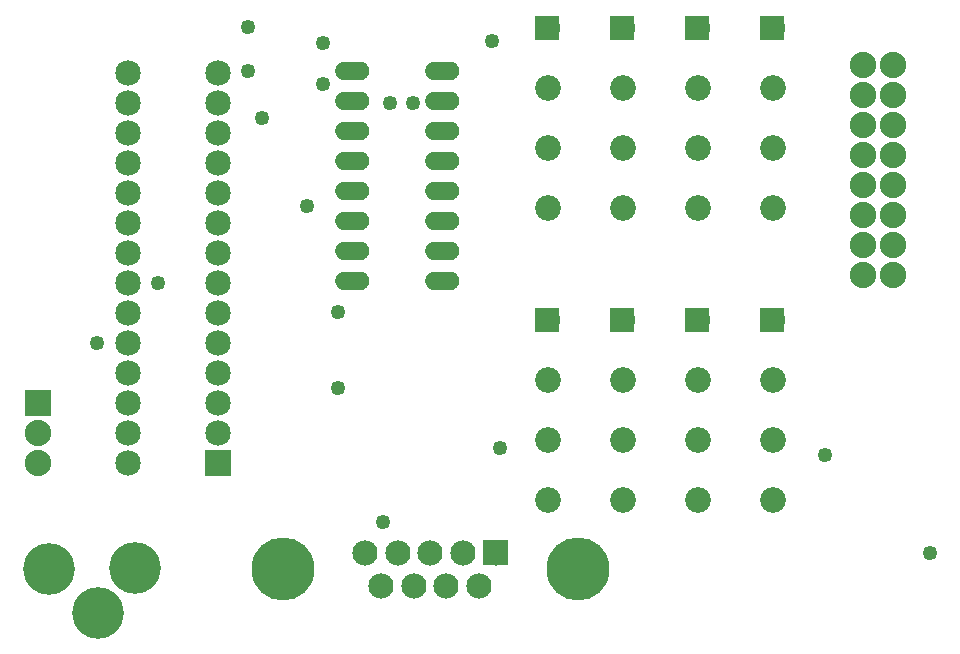
<source format=gbs>
G04 MADE WITH FRITZING*
G04 WWW.FRITZING.ORG*
G04 DOUBLE SIDED*
G04 HOLES PLATED*
G04 CONTOUR ON CENTER OF CONTOUR VECTOR*
%ASAXBY*%
%FSLAX23Y23*%
%MOIN*%
%OFA0B0*%
%SFA1.0B1.0*%
%ADD10C,0.049370*%
%ADD11C,0.088000*%
%ADD12C,0.082556*%
%ADD13C,0.085333*%
%ADD14C,0.084000*%
%ADD15C,0.210000*%
%ADD16C,0.062000*%
%ADD17C,0.085000*%
%ADD18C,0.172000*%
%ADD19R,0.083944X0.083944*%
%ADD20R,0.085000X0.085000*%
%ADD21R,0.088000X0.088000*%
%ADD22R,0.001000X0.001000*%
%LNMASK0*%
G90*
G70*
G54D10*
X2773Y641D03*
X3124Y317D03*
X1399Y1817D03*
X1324Y1817D03*
X1150Y1118D03*
G54D11*
X2899Y1942D03*
X2899Y1842D03*
X2899Y1742D03*
X2899Y1642D03*
X2899Y1542D03*
X2899Y1442D03*
X2899Y1342D03*
X2899Y1242D03*
X2899Y1942D03*
X2899Y1842D03*
X2899Y1742D03*
X2899Y1642D03*
X2899Y1542D03*
X2899Y1442D03*
X2899Y1342D03*
X2899Y1242D03*
X2999Y1242D03*
X2999Y1342D03*
X2999Y1442D03*
X2999Y1542D03*
X2999Y1642D03*
X2999Y1742D03*
X2999Y1842D03*
X2999Y1942D03*
G54D10*
X1691Y665D03*
G54D12*
X2099Y2067D03*
G54D13*
X2100Y1867D03*
X2099Y1467D03*
X2099Y1667D03*
G54D12*
X1849Y1092D03*
G54D13*
X1850Y892D03*
X1849Y492D03*
X1849Y692D03*
G54D12*
X2599Y1092D03*
G54D13*
X2600Y892D03*
X2599Y492D03*
X2599Y692D03*
G54D12*
X2349Y1092D03*
G54D13*
X2350Y892D03*
X2349Y492D03*
X2349Y692D03*
G54D12*
X1849Y2067D03*
G54D13*
X1850Y1867D03*
X1849Y1467D03*
X1849Y1667D03*
G54D12*
X2099Y1092D03*
G54D13*
X2100Y892D03*
X2099Y492D03*
X2099Y692D03*
G54D12*
X2349Y2067D03*
G54D13*
X2350Y1867D03*
X2349Y1467D03*
X2349Y1667D03*
G54D12*
X2599Y2067D03*
G54D13*
X2600Y1867D03*
X2599Y1467D03*
X2599Y1667D03*
G54D10*
X1047Y1474D03*
X1150Y867D03*
X1299Y418D03*
X1664Y2021D03*
X851Y2069D03*
G54D14*
X1676Y317D03*
X1567Y317D03*
X1458Y317D03*
X1349Y317D03*
X1240Y317D03*
X1621Y205D03*
X1512Y205D03*
X1404Y205D03*
X1294Y205D03*
G54D15*
X1950Y261D03*
X966Y261D03*
G54D16*
X1198Y1921D03*
X1198Y1821D03*
X1198Y1721D03*
X1198Y1621D03*
X1198Y1521D03*
X1198Y1421D03*
X1198Y1321D03*
X1198Y1221D03*
X1498Y1221D03*
X1498Y1321D03*
X1498Y1421D03*
X1498Y1521D03*
X1498Y1621D03*
X1498Y1721D03*
X1498Y1821D03*
X1498Y1921D03*
G54D17*
X749Y617D03*
X449Y617D03*
X749Y717D03*
X449Y717D03*
X749Y817D03*
X449Y817D03*
X749Y917D03*
X449Y917D03*
X749Y1017D03*
X449Y1017D03*
X749Y1117D03*
X449Y1117D03*
X749Y1217D03*
X449Y1217D03*
X749Y1317D03*
X449Y1317D03*
X749Y1417D03*
X449Y1417D03*
X749Y1517D03*
X449Y1517D03*
X749Y1617D03*
X449Y1617D03*
X749Y1717D03*
X449Y1717D03*
X749Y1817D03*
X449Y1817D03*
X749Y1917D03*
X449Y1917D03*
G54D18*
X474Y265D03*
X186Y264D03*
X349Y117D03*
G54D10*
X1099Y2017D03*
X1099Y1880D03*
X898Y1767D03*
X851Y1922D03*
G54D11*
X149Y817D03*
X149Y717D03*
X149Y617D03*
G54D10*
X347Y1015D03*
X551Y1216D03*
G54D19*
X2098Y2067D03*
X1848Y1092D03*
X2598Y1092D03*
X2348Y1092D03*
X1848Y2067D03*
X2098Y1092D03*
X2348Y2067D03*
X2598Y2067D03*
G54D20*
X749Y617D03*
G54D21*
X149Y817D03*
G54D22*
X1169Y1953D02*
X1227Y1953D01*
X1469Y1953D02*
X1527Y1953D01*
X1164Y1952D02*
X1232Y1952D01*
X1464Y1952D02*
X1532Y1952D01*
X1161Y1951D02*
X1235Y1951D01*
X1461Y1951D02*
X1535Y1951D01*
X1159Y1950D02*
X1237Y1950D01*
X1459Y1950D02*
X1537Y1950D01*
X1157Y1949D02*
X1239Y1949D01*
X1457Y1949D02*
X1539Y1949D01*
X1155Y1948D02*
X1240Y1948D01*
X1455Y1948D02*
X1540Y1948D01*
X1154Y1947D02*
X1242Y1947D01*
X1454Y1947D02*
X1542Y1947D01*
X1152Y1946D02*
X1243Y1946D01*
X1452Y1946D02*
X1543Y1946D01*
X1151Y1945D02*
X1244Y1945D01*
X1451Y1945D02*
X1544Y1945D01*
X1150Y1944D02*
X1245Y1944D01*
X1450Y1944D02*
X1545Y1944D01*
X1149Y1943D02*
X1246Y1943D01*
X1449Y1943D02*
X1546Y1943D01*
X1148Y1942D02*
X1247Y1942D01*
X1448Y1942D02*
X1547Y1942D01*
X1148Y1941D02*
X1248Y1941D01*
X1448Y1941D02*
X1548Y1941D01*
X1147Y1940D02*
X1249Y1940D01*
X1447Y1940D02*
X1549Y1940D01*
X1146Y1939D02*
X1249Y1939D01*
X1446Y1939D02*
X1549Y1939D01*
X1146Y1938D02*
X1250Y1938D01*
X1446Y1938D02*
X1550Y1938D01*
X1145Y1937D02*
X1250Y1937D01*
X1445Y1937D02*
X1550Y1937D01*
X1145Y1936D02*
X1251Y1936D01*
X1445Y1936D02*
X1551Y1936D01*
X1144Y1935D02*
X1251Y1935D01*
X1444Y1935D02*
X1551Y1935D01*
X1144Y1934D02*
X1252Y1934D01*
X1444Y1934D02*
X1552Y1934D01*
X1143Y1933D02*
X1195Y1933D01*
X1201Y1933D02*
X1252Y1933D01*
X1443Y1933D02*
X1495Y1933D01*
X1501Y1933D02*
X1552Y1933D01*
X1143Y1932D02*
X1192Y1932D01*
X1204Y1932D02*
X1253Y1932D01*
X1443Y1932D02*
X1492Y1932D01*
X1503Y1932D02*
X1553Y1932D01*
X1143Y1931D02*
X1191Y1931D01*
X1205Y1931D02*
X1253Y1931D01*
X1443Y1931D02*
X1491Y1931D01*
X1505Y1931D02*
X1553Y1931D01*
X1142Y1930D02*
X1190Y1930D01*
X1206Y1930D02*
X1253Y1930D01*
X1442Y1930D02*
X1490Y1930D01*
X1506Y1930D02*
X1553Y1930D01*
X1142Y1929D02*
X1189Y1929D01*
X1207Y1929D02*
X1254Y1929D01*
X1442Y1929D02*
X1489Y1929D01*
X1507Y1929D02*
X1553Y1929D01*
X1142Y1928D02*
X1188Y1928D01*
X1208Y1928D02*
X1254Y1928D01*
X1442Y1928D02*
X1488Y1928D01*
X1508Y1928D02*
X1554Y1928D01*
X1142Y1927D02*
X1187Y1927D01*
X1208Y1927D02*
X1254Y1927D01*
X1442Y1927D02*
X1487Y1927D01*
X1508Y1927D02*
X1554Y1927D01*
X1142Y1926D02*
X1187Y1926D01*
X1209Y1926D02*
X1254Y1926D01*
X1442Y1926D02*
X1487Y1926D01*
X1509Y1926D02*
X1554Y1926D01*
X1141Y1925D02*
X1187Y1925D01*
X1209Y1925D02*
X1254Y1925D01*
X1441Y1925D02*
X1487Y1925D01*
X1509Y1925D02*
X1554Y1925D01*
X1141Y1924D02*
X1186Y1924D01*
X1209Y1924D02*
X1254Y1924D01*
X1441Y1924D02*
X1486Y1924D01*
X1509Y1924D02*
X1554Y1924D01*
X1141Y1923D02*
X1186Y1923D01*
X1209Y1923D02*
X1254Y1923D01*
X1441Y1923D02*
X1486Y1923D01*
X1509Y1923D02*
X1554Y1923D01*
X1141Y1922D02*
X1186Y1922D01*
X1209Y1922D02*
X1254Y1922D01*
X1441Y1922D02*
X1486Y1922D01*
X1509Y1922D02*
X1554Y1922D01*
X1141Y1921D02*
X1186Y1921D01*
X1209Y1921D02*
X1254Y1921D01*
X1441Y1921D02*
X1486Y1921D01*
X1509Y1921D02*
X1554Y1921D01*
X1141Y1920D02*
X1187Y1920D01*
X1209Y1920D02*
X1254Y1920D01*
X1441Y1920D02*
X1487Y1920D01*
X1509Y1920D02*
X1554Y1920D01*
X1142Y1919D02*
X1187Y1919D01*
X1209Y1919D02*
X1254Y1919D01*
X1441Y1919D02*
X1487Y1919D01*
X1509Y1919D02*
X1554Y1919D01*
X1142Y1918D02*
X1187Y1918D01*
X1209Y1918D02*
X1254Y1918D01*
X1442Y1918D02*
X1487Y1918D01*
X1509Y1918D02*
X1554Y1918D01*
X1142Y1917D02*
X1188Y1917D01*
X1208Y1917D02*
X1254Y1917D01*
X1442Y1917D02*
X1488Y1917D01*
X1508Y1917D02*
X1554Y1917D01*
X1142Y1916D02*
X1188Y1916D01*
X1207Y1916D02*
X1254Y1916D01*
X1442Y1916D02*
X1488Y1916D01*
X1507Y1916D02*
X1554Y1916D01*
X1142Y1915D02*
X1189Y1915D01*
X1207Y1915D02*
X1253Y1915D01*
X1442Y1915D02*
X1489Y1915D01*
X1507Y1915D02*
X1553Y1915D01*
X1143Y1914D02*
X1190Y1914D01*
X1206Y1914D02*
X1253Y1914D01*
X1443Y1914D02*
X1490Y1914D01*
X1505Y1914D02*
X1553Y1914D01*
X1143Y1913D02*
X1191Y1913D01*
X1204Y1913D02*
X1253Y1913D01*
X1443Y1913D02*
X1491Y1913D01*
X1504Y1913D02*
X1553Y1913D01*
X1143Y1912D02*
X1193Y1912D01*
X1202Y1912D02*
X1252Y1912D01*
X1443Y1912D02*
X1493Y1912D01*
X1502Y1912D02*
X1552Y1912D01*
X1144Y1911D02*
X1252Y1911D01*
X1444Y1911D02*
X1552Y1911D01*
X1144Y1910D02*
X1252Y1910D01*
X1444Y1910D02*
X1552Y1910D01*
X1144Y1909D02*
X1251Y1909D01*
X1444Y1909D02*
X1551Y1909D01*
X1145Y1908D02*
X1251Y1908D01*
X1445Y1908D02*
X1551Y1908D01*
X1145Y1907D02*
X1250Y1907D01*
X1445Y1907D02*
X1550Y1907D01*
X1146Y1906D02*
X1250Y1906D01*
X1446Y1906D02*
X1550Y1906D01*
X1147Y1905D02*
X1249Y1905D01*
X1447Y1905D02*
X1549Y1905D01*
X1147Y1904D02*
X1248Y1904D01*
X1447Y1904D02*
X1548Y1904D01*
X1148Y1903D02*
X1248Y1903D01*
X1448Y1903D02*
X1548Y1903D01*
X1149Y1902D02*
X1247Y1902D01*
X1449Y1902D02*
X1547Y1902D01*
X1150Y1901D02*
X1246Y1901D01*
X1450Y1901D02*
X1546Y1901D01*
X1151Y1900D02*
X1245Y1900D01*
X1451Y1900D02*
X1545Y1900D01*
X1152Y1899D02*
X1244Y1899D01*
X1452Y1899D02*
X1544Y1899D01*
X1153Y1898D02*
X1243Y1898D01*
X1453Y1898D02*
X1542Y1898D01*
X1155Y1897D02*
X1241Y1897D01*
X1454Y1897D02*
X1541Y1897D01*
X1156Y1896D02*
X1240Y1896D01*
X1456Y1896D02*
X1540Y1896D01*
X1158Y1895D02*
X1238Y1895D01*
X1458Y1895D02*
X1538Y1895D01*
X1160Y1894D02*
X1236Y1894D01*
X1460Y1894D02*
X1536Y1894D01*
X1163Y1893D02*
X1233Y1893D01*
X1462Y1893D02*
X1533Y1893D01*
X1166Y1892D02*
X1230Y1892D01*
X1466Y1892D02*
X1530Y1892D01*
X1168Y1853D02*
X1227Y1853D01*
X1468Y1853D02*
X1527Y1853D01*
X1164Y1852D02*
X1232Y1852D01*
X1464Y1852D02*
X1532Y1852D01*
X1161Y1851D02*
X1235Y1851D01*
X1461Y1851D02*
X1535Y1851D01*
X1159Y1850D02*
X1237Y1850D01*
X1459Y1850D02*
X1537Y1850D01*
X1157Y1849D02*
X1239Y1849D01*
X1457Y1849D02*
X1539Y1849D01*
X1155Y1848D02*
X1241Y1848D01*
X1455Y1848D02*
X1541Y1848D01*
X1154Y1847D02*
X1242Y1847D01*
X1454Y1847D02*
X1542Y1847D01*
X1152Y1846D02*
X1243Y1846D01*
X1452Y1846D02*
X1543Y1846D01*
X1151Y1845D02*
X1244Y1845D01*
X1451Y1845D02*
X1544Y1845D01*
X1150Y1844D02*
X1245Y1844D01*
X1450Y1844D02*
X1545Y1844D01*
X1149Y1843D02*
X1246Y1843D01*
X1449Y1843D02*
X1546Y1843D01*
X1148Y1842D02*
X1247Y1842D01*
X1448Y1842D02*
X1547Y1842D01*
X1148Y1841D02*
X1248Y1841D01*
X1448Y1841D02*
X1548Y1841D01*
X1147Y1840D02*
X1249Y1840D01*
X1447Y1840D02*
X1549Y1840D01*
X1146Y1839D02*
X1249Y1839D01*
X1446Y1839D02*
X1549Y1839D01*
X1146Y1838D02*
X1250Y1838D01*
X1446Y1838D02*
X1550Y1838D01*
X1145Y1837D02*
X1251Y1837D01*
X1445Y1837D02*
X1550Y1837D01*
X1145Y1836D02*
X1251Y1836D01*
X1445Y1836D02*
X1551Y1836D01*
X1144Y1835D02*
X1251Y1835D01*
X1444Y1835D02*
X1551Y1835D01*
X1144Y1834D02*
X1252Y1834D01*
X1444Y1834D02*
X1552Y1834D01*
X1143Y1833D02*
X1195Y1833D01*
X1201Y1833D02*
X1252Y1833D01*
X1443Y1833D02*
X1495Y1833D01*
X1501Y1833D02*
X1552Y1833D01*
X1143Y1832D02*
X1192Y1832D01*
X1204Y1832D02*
X1253Y1832D01*
X1443Y1832D02*
X1492Y1832D01*
X1504Y1832D02*
X1553Y1832D01*
X1143Y1831D02*
X1191Y1831D01*
X1205Y1831D02*
X1253Y1831D01*
X1443Y1831D02*
X1491Y1831D01*
X1505Y1831D02*
X1553Y1831D01*
X1142Y1830D02*
X1189Y1830D01*
X1206Y1830D02*
X1253Y1830D01*
X1442Y1830D02*
X1489Y1830D01*
X1506Y1830D02*
X1553Y1830D01*
X1142Y1829D02*
X1189Y1829D01*
X1207Y1829D02*
X1254Y1829D01*
X1442Y1829D02*
X1489Y1829D01*
X1507Y1829D02*
X1553Y1829D01*
X1142Y1828D02*
X1188Y1828D01*
X1208Y1828D02*
X1254Y1828D01*
X1442Y1828D02*
X1488Y1828D01*
X1508Y1828D02*
X1554Y1828D01*
X1142Y1827D02*
X1187Y1827D01*
X1208Y1827D02*
X1254Y1827D01*
X1442Y1827D02*
X1487Y1827D01*
X1508Y1827D02*
X1554Y1827D01*
X1142Y1826D02*
X1187Y1826D01*
X1209Y1826D02*
X1254Y1826D01*
X1442Y1826D02*
X1487Y1826D01*
X1509Y1826D02*
X1554Y1826D01*
X1141Y1825D02*
X1187Y1825D01*
X1209Y1825D02*
X1254Y1825D01*
X1441Y1825D02*
X1487Y1825D01*
X1509Y1825D02*
X1554Y1825D01*
X1141Y1824D02*
X1186Y1824D01*
X1209Y1824D02*
X1254Y1824D01*
X1441Y1824D02*
X1486Y1824D01*
X1509Y1824D02*
X1554Y1824D01*
X1141Y1823D02*
X1186Y1823D01*
X1209Y1823D02*
X1254Y1823D01*
X1441Y1823D02*
X1486Y1823D01*
X1509Y1823D02*
X1554Y1823D01*
X1141Y1822D02*
X1186Y1822D01*
X1209Y1822D02*
X1254Y1822D01*
X1441Y1822D02*
X1486Y1822D01*
X1509Y1822D02*
X1554Y1822D01*
X1141Y1821D02*
X1186Y1821D01*
X1209Y1821D02*
X1254Y1821D01*
X1441Y1821D02*
X1486Y1821D01*
X1509Y1821D02*
X1554Y1821D01*
X1141Y1820D02*
X1187Y1820D01*
X1209Y1820D02*
X1254Y1820D01*
X1441Y1820D02*
X1487Y1820D01*
X1509Y1820D02*
X1554Y1820D01*
X1142Y1819D02*
X1187Y1819D01*
X1209Y1819D02*
X1254Y1819D01*
X1442Y1819D02*
X1487Y1819D01*
X1509Y1819D02*
X1554Y1819D01*
X1142Y1818D02*
X1187Y1818D01*
X1209Y1818D02*
X1254Y1818D01*
X1442Y1818D02*
X1487Y1818D01*
X1508Y1818D02*
X1554Y1818D01*
X1142Y1817D02*
X1188Y1817D01*
X1208Y1817D02*
X1254Y1817D01*
X1442Y1817D02*
X1488Y1817D01*
X1508Y1817D02*
X1554Y1817D01*
X1142Y1816D02*
X1188Y1816D01*
X1207Y1816D02*
X1254Y1816D01*
X1442Y1816D02*
X1488Y1816D01*
X1507Y1816D02*
X1554Y1816D01*
X1142Y1815D02*
X1189Y1815D01*
X1207Y1815D02*
X1253Y1815D01*
X1442Y1815D02*
X1489Y1815D01*
X1506Y1815D02*
X1553Y1815D01*
X1143Y1814D02*
X1190Y1814D01*
X1205Y1814D02*
X1253Y1814D01*
X1443Y1814D02*
X1490Y1814D01*
X1505Y1814D02*
X1553Y1814D01*
X1143Y1813D02*
X1191Y1813D01*
X1204Y1813D02*
X1253Y1813D01*
X1443Y1813D02*
X1491Y1813D01*
X1504Y1813D02*
X1553Y1813D01*
X1143Y1812D02*
X1193Y1812D01*
X1202Y1812D02*
X1252Y1812D01*
X1443Y1812D02*
X1493Y1812D01*
X1502Y1812D02*
X1552Y1812D01*
X1144Y1811D02*
X1252Y1811D01*
X1444Y1811D02*
X1552Y1811D01*
X1144Y1810D02*
X1252Y1810D01*
X1444Y1810D02*
X1552Y1810D01*
X1144Y1809D02*
X1251Y1809D01*
X1444Y1809D02*
X1551Y1809D01*
X1145Y1808D02*
X1251Y1808D01*
X1445Y1808D02*
X1551Y1808D01*
X1145Y1807D02*
X1250Y1807D01*
X1445Y1807D02*
X1550Y1807D01*
X1146Y1806D02*
X1250Y1806D01*
X1446Y1806D02*
X1550Y1806D01*
X1147Y1805D02*
X1249Y1805D01*
X1447Y1805D02*
X1549Y1805D01*
X1147Y1804D02*
X1248Y1804D01*
X1447Y1804D02*
X1548Y1804D01*
X1148Y1803D02*
X1248Y1803D01*
X1448Y1803D02*
X1547Y1803D01*
X1149Y1802D02*
X1247Y1802D01*
X1449Y1802D02*
X1547Y1802D01*
X1150Y1801D02*
X1246Y1801D01*
X1450Y1801D02*
X1546Y1801D01*
X1151Y1800D02*
X1245Y1800D01*
X1451Y1800D02*
X1545Y1800D01*
X1152Y1799D02*
X1244Y1799D01*
X1452Y1799D02*
X1544Y1799D01*
X1153Y1798D02*
X1242Y1798D01*
X1453Y1798D02*
X1542Y1798D01*
X1155Y1797D02*
X1241Y1797D01*
X1455Y1797D02*
X1541Y1797D01*
X1156Y1796D02*
X1240Y1796D01*
X1456Y1796D02*
X1539Y1796D01*
X1158Y1795D02*
X1238Y1795D01*
X1458Y1795D02*
X1538Y1795D01*
X1160Y1794D02*
X1236Y1794D01*
X1460Y1794D02*
X1536Y1794D01*
X1163Y1793D02*
X1233Y1793D01*
X1463Y1793D02*
X1533Y1793D01*
X1166Y1792D02*
X1230Y1792D01*
X1466Y1792D02*
X1529Y1792D01*
X1168Y1753D02*
X1228Y1753D01*
X1468Y1753D02*
X1527Y1753D01*
X1164Y1752D02*
X1232Y1752D01*
X1464Y1752D02*
X1532Y1752D01*
X1161Y1751D02*
X1235Y1751D01*
X1461Y1751D02*
X1535Y1751D01*
X1159Y1750D02*
X1237Y1750D01*
X1459Y1750D02*
X1537Y1750D01*
X1157Y1749D02*
X1239Y1749D01*
X1457Y1749D02*
X1539Y1749D01*
X1155Y1748D02*
X1241Y1748D01*
X1455Y1748D02*
X1541Y1748D01*
X1154Y1747D02*
X1242Y1747D01*
X1454Y1747D02*
X1542Y1747D01*
X1152Y1746D02*
X1243Y1746D01*
X1452Y1746D02*
X1543Y1746D01*
X1151Y1745D02*
X1244Y1745D01*
X1451Y1745D02*
X1544Y1745D01*
X1150Y1744D02*
X1245Y1744D01*
X1450Y1744D02*
X1545Y1744D01*
X1149Y1743D02*
X1246Y1743D01*
X1449Y1743D02*
X1546Y1743D01*
X1148Y1742D02*
X1247Y1742D01*
X1448Y1742D02*
X1547Y1742D01*
X1148Y1741D02*
X1248Y1741D01*
X1448Y1741D02*
X1548Y1741D01*
X1147Y1740D02*
X1249Y1740D01*
X1447Y1740D02*
X1549Y1740D01*
X1146Y1739D02*
X1249Y1739D01*
X1446Y1739D02*
X1549Y1739D01*
X1146Y1738D02*
X1250Y1738D01*
X1446Y1738D02*
X1550Y1738D01*
X1145Y1737D02*
X1251Y1737D01*
X1445Y1737D02*
X1551Y1737D01*
X1145Y1736D02*
X1251Y1736D01*
X1445Y1736D02*
X1551Y1736D01*
X1144Y1735D02*
X1252Y1735D01*
X1444Y1735D02*
X1551Y1735D01*
X1144Y1734D02*
X1252Y1734D01*
X1444Y1734D02*
X1552Y1734D01*
X1143Y1733D02*
X1194Y1733D01*
X1201Y1733D02*
X1252Y1733D01*
X1443Y1733D02*
X1494Y1733D01*
X1501Y1733D02*
X1552Y1733D01*
X1143Y1732D02*
X1192Y1732D01*
X1204Y1732D02*
X1253Y1732D01*
X1443Y1732D02*
X1492Y1732D01*
X1504Y1732D02*
X1553Y1732D01*
X1143Y1731D02*
X1191Y1731D01*
X1205Y1731D02*
X1253Y1731D01*
X1443Y1731D02*
X1491Y1731D01*
X1505Y1731D02*
X1553Y1731D01*
X1142Y1730D02*
X1189Y1730D01*
X1206Y1730D02*
X1253Y1730D01*
X1442Y1730D02*
X1489Y1730D01*
X1506Y1730D02*
X1553Y1730D01*
X1142Y1729D02*
X1189Y1729D01*
X1207Y1729D02*
X1254Y1729D01*
X1442Y1729D02*
X1489Y1729D01*
X1507Y1729D02*
X1553Y1729D01*
X1142Y1728D02*
X1188Y1728D01*
X1208Y1728D02*
X1254Y1728D01*
X1442Y1728D02*
X1488Y1728D01*
X1508Y1728D02*
X1554Y1728D01*
X1142Y1727D02*
X1187Y1727D01*
X1208Y1727D02*
X1254Y1727D01*
X1442Y1727D02*
X1487Y1727D01*
X1508Y1727D02*
X1554Y1727D01*
X1142Y1726D02*
X1187Y1726D01*
X1209Y1726D02*
X1254Y1726D01*
X1442Y1726D02*
X1487Y1726D01*
X1509Y1726D02*
X1554Y1726D01*
X1141Y1725D02*
X1187Y1725D01*
X1209Y1725D02*
X1254Y1725D01*
X1441Y1725D02*
X1487Y1725D01*
X1509Y1725D02*
X1554Y1725D01*
X1141Y1724D02*
X1186Y1724D01*
X1209Y1724D02*
X1254Y1724D01*
X1441Y1724D02*
X1486Y1724D01*
X1509Y1724D02*
X1554Y1724D01*
X1141Y1723D02*
X1186Y1723D01*
X1209Y1723D02*
X1254Y1723D01*
X1441Y1723D02*
X1486Y1723D01*
X1509Y1723D02*
X1554Y1723D01*
X1141Y1722D02*
X1186Y1722D01*
X1209Y1722D02*
X1254Y1722D01*
X1441Y1722D02*
X1486Y1722D01*
X1509Y1722D02*
X1554Y1722D01*
X1141Y1721D02*
X1186Y1721D01*
X1209Y1721D02*
X1254Y1721D01*
X1441Y1721D02*
X1486Y1721D01*
X1509Y1721D02*
X1554Y1721D01*
X1141Y1720D02*
X1187Y1720D01*
X1209Y1720D02*
X1254Y1720D01*
X1441Y1720D02*
X1487Y1720D01*
X1509Y1720D02*
X1554Y1720D01*
X1142Y1719D02*
X1187Y1719D01*
X1209Y1719D02*
X1254Y1719D01*
X1442Y1719D02*
X1487Y1719D01*
X1509Y1719D02*
X1554Y1719D01*
X1142Y1718D02*
X1187Y1718D01*
X1209Y1718D02*
X1254Y1718D01*
X1442Y1718D02*
X1487Y1718D01*
X1508Y1718D02*
X1554Y1718D01*
X1142Y1717D02*
X1188Y1717D01*
X1208Y1717D02*
X1254Y1717D01*
X1442Y1717D02*
X1488Y1717D01*
X1508Y1717D02*
X1554Y1717D01*
X1142Y1716D02*
X1188Y1716D01*
X1207Y1716D02*
X1254Y1716D01*
X1442Y1716D02*
X1488Y1716D01*
X1507Y1716D02*
X1554Y1716D01*
X1142Y1715D02*
X1189Y1715D01*
X1206Y1715D02*
X1253Y1715D01*
X1442Y1715D02*
X1489Y1715D01*
X1506Y1715D02*
X1553Y1715D01*
X1143Y1714D02*
X1190Y1714D01*
X1205Y1714D02*
X1253Y1714D01*
X1443Y1714D02*
X1490Y1714D01*
X1505Y1714D02*
X1553Y1714D01*
X1143Y1713D02*
X1191Y1713D01*
X1204Y1713D02*
X1253Y1713D01*
X1443Y1713D02*
X1491Y1713D01*
X1504Y1713D02*
X1553Y1713D01*
X1143Y1712D02*
X1193Y1712D01*
X1202Y1712D02*
X1252Y1712D01*
X1443Y1712D02*
X1493Y1712D01*
X1502Y1712D02*
X1552Y1712D01*
X1144Y1711D02*
X1252Y1711D01*
X1444Y1711D02*
X1552Y1711D01*
X1144Y1710D02*
X1252Y1710D01*
X1444Y1710D02*
X1552Y1710D01*
X1144Y1709D02*
X1251Y1709D01*
X1444Y1709D02*
X1551Y1709D01*
X1145Y1708D02*
X1251Y1708D01*
X1445Y1708D02*
X1551Y1708D01*
X1146Y1707D02*
X1250Y1707D01*
X1445Y1707D02*
X1550Y1707D01*
X1146Y1706D02*
X1250Y1706D01*
X1446Y1706D02*
X1550Y1706D01*
X1147Y1705D02*
X1249Y1705D01*
X1447Y1705D02*
X1549Y1705D01*
X1147Y1704D02*
X1248Y1704D01*
X1447Y1704D02*
X1548Y1704D01*
X1148Y1703D02*
X1247Y1703D01*
X1448Y1703D02*
X1547Y1703D01*
X1149Y1702D02*
X1247Y1702D01*
X1449Y1702D02*
X1547Y1702D01*
X1150Y1701D02*
X1246Y1701D01*
X1450Y1701D02*
X1546Y1701D01*
X1151Y1700D02*
X1245Y1700D01*
X1451Y1700D02*
X1545Y1700D01*
X1152Y1699D02*
X1244Y1699D01*
X1452Y1699D02*
X1544Y1699D01*
X1153Y1698D02*
X1242Y1698D01*
X1453Y1698D02*
X1542Y1698D01*
X1155Y1697D02*
X1241Y1697D01*
X1455Y1697D02*
X1541Y1697D01*
X1156Y1696D02*
X1239Y1696D01*
X1456Y1696D02*
X1539Y1696D01*
X1158Y1695D02*
X1238Y1695D01*
X1458Y1695D02*
X1538Y1695D01*
X1160Y1694D02*
X1236Y1694D01*
X1460Y1694D02*
X1536Y1694D01*
X1163Y1693D02*
X1233Y1693D01*
X1463Y1693D02*
X1533Y1693D01*
X1166Y1692D02*
X1229Y1692D01*
X1466Y1692D02*
X1529Y1692D01*
X1168Y1653D02*
X1228Y1653D01*
X1468Y1653D02*
X1528Y1653D01*
X1164Y1652D02*
X1232Y1652D01*
X1463Y1652D02*
X1532Y1652D01*
X1161Y1651D02*
X1235Y1651D01*
X1461Y1651D02*
X1535Y1651D01*
X1159Y1650D02*
X1237Y1650D01*
X1458Y1650D02*
X1537Y1650D01*
X1157Y1649D02*
X1239Y1649D01*
X1457Y1649D02*
X1539Y1649D01*
X1155Y1648D02*
X1241Y1648D01*
X1455Y1648D02*
X1541Y1648D01*
X1154Y1647D02*
X1242Y1647D01*
X1454Y1647D02*
X1542Y1647D01*
X1152Y1646D02*
X1243Y1646D01*
X1452Y1646D02*
X1543Y1646D01*
X1151Y1645D02*
X1244Y1645D01*
X1451Y1645D02*
X1544Y1645D01*
X1150Y1644D02*
X1246Y1644D01*
X1450Y1644D02*
X1545Y1644D01*
X1149Y1643D02*
X1246Y1643D01*
X1449Y1643D02*
X1546Y1643D01*
X1148Y1642D02*
X1247Y1642D01*
X1448Y1642D02*
X1547Y1642D01*
X1148Y1641D02*
X1248Y1641D01*
X1448Y1641D02*
X1548Y1641D01*
X1147Y1640D02*
X1249Y1640D01*
X1447Y1640D02*
X1549Y1640D01*
X1146Y1639D02*
X1249Y1639D01*
X1446Y1639D02*
X1549Y1639D01*
X1146Y1638D02*
X1250Y1638D01*
X1446Y1638D02*
X1550Y1638D01*
X1145Y1637D02*
X1251Y1637D01*
X1445Y1637D02*
X1551Y1637D01*
X1145Y1636D02*
X1251Y1636D01*
X1445Y1636D02*
X1551Y1636D01*
X1144Y1635D02*
X1252Y1635D01*
X1444Y1635D02*
X1551Y1635D01*
X1144Y1634D02*
X1252Y1634D01*
X1444Y1634D02*
X1552Y1634D01*
X1143Y1633D02*
X1194Y1633D01*
X1201Y1633D02*
X1252Y1633D01*
X1443Y1633D02*
X1494Y1633D01*
X1501Y1633D02*
X1552Y1633D01*
X1143Y1632D02*
X1192Y1632D01*
X1204Y1632D02*
X1253Y1632D01*
X1443Y1632D02*
X1492Y1632D01*
X1504Y1632D02*
X1553Y1632D01*
X1143Y1631D02*
X1191Y1631D01*
X1205Y1631D02*
X1253Y1631D01*
X1443Y1631D02*
X1490Y1631D01*
X1505Y1631D02*
X1553Y1631D01*
X1142Y1630D02*
X1189Y1630D01*
X1206Y1630D02*
X1253Y1630D01*
X1442Y1630D02*
X1489Y1630D01*
X1506Y1630D02*
X1553Y1630D01*
X1142Y1629D02*
X1189Y1629D01*
X1207Y1629D02*
X1254Y1629D01*
X1442Y1629D02*
X1489Y1629D01*
X1507Y1629D02*
X1554Y1629D01*
X1142Y1628D02*
X1188Y1628D01*
X1208Y1628D02*
X1254Y1628D01*
X1442Y1628D02*
X1488Y1628D01*
X1508Y1628D02*
X1554Y1628D01*
X1142Y1627D02*
X1187Y1627D01*
X1208Y1627D02*
X1254Y1627D01*
X1442Y1627D02*
X1487Y1627D01*
X1508Y1627D02*
X1554Y1627D01*
X1142Y1626D02*
X1187Y1626D01*
X1209Y1626D02*
X1254Y1626D01*
X1442Y1626D02*
X1487Y1626D01*
X1509Y1626D02*
X1554Y1626D01*
X1141Y1625D02*
X1187Y1625D01*
X1209Y1625D02*
X1254Y1625D01*
X1441Y1625D02*
X1487Y1625D01*
X1509Y1625D02*
X1554Y1625D01*
X1141Y1624D02*
X1186Y1624D01*
X1209Y1624D02*
X1254Y1624D01*
X1441Y1624D02*
X1486Y1624D01*
X1509Y1624D02*
X1554Y1624D01*
X1141Y1623D02*
X1186Y1623D01*
X1209Y1623D02*
X1254Y1623D01*
X1441Y1623D02*
X1486Y1623D01*
X1509Y1623D02*
X1554Y1623D01*
X1141Y1622D02*
X1186Y1622D01*
X1209Y1622D02*
X1254Y1622D01*
X1441Y1622D02*
X1486Y1622D01*
X1509Y1622D02*
X1554Y1622D01*
X1141Y1621D02*
X1186Y1621D01*
X1209Y1621D02*
X1254Y1621D01*
X1441Y1621D02*
X1486Y1621D01*
X1509Y1621D02*
X1554Y1621D01*
X1141Y1620D02*
X1187Y1620D01*
X1209Y1620D02*
X1254Y1620D01*
X1441Y1620D02*
X1487Y1620D01*
X1509Y1620D02*
X1554Y1620D01*
X1142Y1619D02*
X1187Y1619D01*
X1209Y1619D02*
X1254Y1619D01*
X1442Y1619D02*
X1487Y1619D01*
X1509Y1619D02*
X1554Y1619D01*
X1142Y1618D02*
X1187Y1618D01*
X1208Y1618D02*
X1254Y1618D01*
X1442Y1618D02*
X1487Y1618D01*
X1508Y1618D02*
X1554Y1618D01*
X1142Y1617D02*
X1188Y1617D01*
X1208Y1617D02*
X1254Y1617D01*
X1442Y1617D02*
X1488Y1617D01*
X1508Y1617D02*
X1554Y1617D01*
X1142Y1616D02*
X1188Y1616D01*
X1207Y1616D02*
X1254Y1616D01*
X1442Y1616D02*
X1488Y1616D01*
X1507Y1616D02*
X1554Y1616D01*
X1142Y1615D02*
X1189Y1615D01*
X1206Y1615D02*
X1253Y1615D01*
X1442Y1615D02*
X1489Y1615D01*
X1506Y1615D02*
X1553Y1615D01*
X1143Y1614D02*
X1190Y1614D01*
X1205Y1614D02*
X1253Y1614D01*
X1443Y1614D02*
X1490Y1614D01*
X1505Y1614D02*
X1553Y1614D01*
X1143Y1613D02*
X1192Y1613D01*
X1204Y1613D02*
X1253Y1613D01*
X1443Y1613D02*
X1492Y1613D01*
X1504Y1613D02*
X1553Y1613D01*
X1143Y1612D02*
X1194Y1612D01*
X1202Y1612D02*
X1252Y1612D01*
X1443Y1612D02*
X1494Y1612D01*
X1502Y1612D02*
X1552Y1612D01*
X1144Y1611D02*
X1252Y1611D01*
X1444Y1611D02*
X1552Y1611D01*
X1144Y1610D02*
X1252Y1610D01*
X1444Y1610D02*
X1552Y1610D01*
X1144Y1609D02*
X1251Y1609D01*
X1444Y1609D02*
X1551Y1609D01*
X1145Y1608D02*
X1251Y1608D01*
X1445Y1608D02*
X1551Y1608D01*
X1146Y1607D02*
X1250Y1607D01*
X1445Y1607D02*
X1550Y1607D01*
X1146Y1606D02*
X1250Y1606D01*
X1446Y1606D02*
X1549Y1606D01*
X1147Y1605D02*
X1249Y1605D01*
X1447Y1605D02*
X1549Y1605D01*
X1147Y1604D02*
X1248Y1604D01*
X1447Y1604D02*
X1548Y1604D01*
X1148Y1603D02*
X1247Y1603D01*
X1448Y1603D02*
X1547Y1603D01*
X1149Y1602D02*
X1247Y1602D01*
X1449Y1602D02*
X1547Y1602D01*
X1150Y1601D02*
X1246Y1601D01*
X1450Y1601D02*
X1546Y1601D01*
X1151Y1600D02*
X1245Y1600D01*
X1451Y1600D02*
X1545Y1600D01*
X1152Y1599D02*
X1244Y1599D01*
X1452Y1599D02*
X1544Y1599D01*
X1153Y1598D02*
X1242Y1598D01*
X1453Y1598D02*
X1542Y1598D01*
X1155Y1597D02*
X1241Y1597D01*
X1455Y1597D02*
X1541Y1597D01*
X1156Y1596D02*
X1239Y1596D01*
X1456Y1596D02*
X1539Y1596D01*
X1158Y1595D02*
X1238Y1595D01*
X1458Y1595D02*
X1538Y1595D01*
X1160Y1594D02*
X1236Y1594D01*
X1460Y1594D02*
X1535Y1594D01*
X1163Y1593D02*
X1233Y1593D01*
X1463Y1593D02*
X1533Y1593D01*
X1167Y1592D02*
X1229Y1592D01*
X1467Y1592D02*
X1529Y1592D01*
X1168Y1553D02*
X1228Y1553D01*
X1468Y1553D02*
X1528Y1553D01*
X1163Y1552D02*
X1232Y1552D01*
X1463Y1552D02*
X1532Y1552D01*
X1161Y1551D02*
X1235Y1551D01*
X1461Y1551D02*
X1535Y1551D01*
X1158Y1550D02*
X1237Y1550D01*
X1458Y1550D02*
X1537Y1550D01*
X1157Y1549D02*
X1239Y1549D01*
X1457Y1549D02*
X1539Y1549D01*
X1155Y1548D02*
X1241Y1548D01*
X1455Y1548D02*
X1541Y1548D01*
X1154Y1547D02*
X1242Y1547D01*
X1454Y1547D02*
X1542Y1547D01*
X1152Y1546D02*
X1243Y1546D01*
X1452Y1546D02*
X1543Y1546D01*
X1151Y1545D02*
X1245Y1545D01*
X1451Y1545D02*
X1544Y1545D01*
X1150Y1544D02*
X1246Y1544D01*
X1450Y1544D02*
X1546Y1544D01*
X1149Y1543D02*
X1246Y1543D01*
X1449Y1543D02*
X1546Y1543D01*
X1148Y1542D02*
X1247Y1542D01*
X1448Y1542D02*
X1547Y1542D01*
X1148Y1541D02*
X1248Y1541D01*
X1448Y1541D02*
X1548Y1541D01*
X1147Y1540D02*
X1249Y1540D01*
X1447Y1540D02*
X1549Y1540D01*
X1146Y1539D02*
X1249Y1539D01*
X1446Y1539D02*
X1549Y1539D01*
X1146Y1538D02*
X1250Y1538D01*
X1446Y1538D02*
X1550Y1538D01*
X1145Y1537D02*
X1251Y1537D01*
X1445Y1537D02*
X1551Y1537D01*
X1145Y1536D02*
X1251Y1536D01*
X1445Y1536D02*
X1551Y1536D01*
X1144Y1535D02*
X1252Y1535D01*
X1444Y1535D02*
X1552Y1535D01*
X1144Y1534D02*
X1252Y1534D01*
X1444Y1534D02*
X1552Y1534D01*
X1143Y1533D02*
X1194Y1533D01*
X1201Y1533D02*
X1252Y1533D01*
X1443Y1533D02*
X1494Y1533D01*
X1501Y1533D02*
X1552Y1533D01*
X1143Y1532D02*
X1192Y1532D01*
X1204Y1532D02*
X1253Y1532D01*
X1443Y1532D02*
X1492Y1532D01*
X1504Y1532D02*
X1553Y1532D01*
X1143Y1531D02*
X1190Y1531D01*
X1205Y1531D02*
X1253Y1531D01*
X1443Y1531D02*
X1490Y1531D01*
X1505Y1531D02*
X1553Y1531D01*
X1142Y1530D02*
X1189Y1530D01*
X1206Y1530D02*
X1253Y1530D01*
X1442Y1530D02*
X1489Y1530D01*
X1506Y1530D02*
X1553Y1530D01*
X1142Y1529D02*
X1189Y1529D01*
X1207Y1529D02*
X1254Y1529D01*
X1442Y1529D02*
X1488Y1529D01*
X1507Y1529D02*
X1554Y1529D01*
X1142Y1528D02*
X1188Y1528D01*
X1208Y1528D02*
X1254Y1528D01*
X1442Y1528D02*
X1488Y1528D01*
X1508Y1528D02*
X1554Y1528D01*
X1142Y1527D02*
X1187Y1527D01*
X1208Y1527D02*
X1254Y1527D01*
X1442Y1527D02*
X1487Y1527D01*
X1508Y1527D02*
X1554Y1527D01*
X1142Y1526D02*
X1187Y1526D01*
X1209Y1526D02*
X1254Y1526D01*
X1442Y1526D02*
X1487Y1526D01*
X1509Y1526D02*
X1554Y1526D01*
X1141Y1525D02*
X1187Y1525D01*
X1209Y1525D02*
X1254Y1525D01*
X1441Y1525D02*
X1487Y1525D01*
X1509Y1525D02*
X1554Y1525D01*
X1141Y1524D02*
X1186Y1524D01*
X1209Y1524D02*
X1254Y1524D01*
X1441Y1524D02*
X1486Y1524D01*
X1509Y1524D02*
X1554Y1524D01*
X1141Y1523D02*
X1186Y1523D01*
X1209Y1523D02*
X1254Y1523D01*
X1441Y1523D02*
X1486Y1523D01*
X1509Y1523D02*
X1554Y1523D01*
X1141Y1522D02*
X1186Y1522D01*
X1209Y1522D02*
X1254Y1522D01*
X1441Y1522D02*
X1486Y1522D01*
X1509Y1522D02*
X1554Y1522D01*
X1141Y1521D02*
X1186Y1521D01*
X1209Y1521D02*
X1254Y1521D01*
X1441Y1521D02*
X1486Y1521D01*
X1509Y1521D02*
X1554Y1521D01*
X1141Y1520D02*
X1187Y1520D01*
X1209Y1520D02*
X1254Y1520D01*
X1441Y1520D02*
X1487Y1520D01*
X1509Y1520D02*
X1554Y1520D01*
X1142Y1519D02*
X1187Y1519D01*
X1209Y1519D02*
X1254Y1519D01*
X1442Y1519D02*
X1487Y1519D01*
X1509Y1519D02*
X1554Y1519D01*
X1142Y1518D02*
X1187Y1518D01*
X1208Y1518D02*
X1254Y1518D01*
X1442Y1518D02*
X1487Y1518D01*
X1508Y1518D02*
X1554Y1518D01*
X1142Y1517D02*
X1188Y1517D01*
X1208Y1517D02*
X1254Y1517D01*
X1442Y1517D02*
X1488Y1517D01*
X1508Y1517D02*
X1554Y1517D01*
X1142Y1516D02*
X1188Y1516D01*
X1207Y1516D02*
X1254Y1516D01*
X1442Y1516D02*
X1488Y1516D01*
X1507Y1516D02*
X1554Y1516D01*
X1142Y1515D02*
X1189Y1515D01*
X1206Y1515D02*
X1253Y1515D01*
X1442Y1515D02*
X1489Y1515D01*
X1506Y1515D02*
X1553Y1515D01*
X1143Y1514D02*
X1190Y1514D01*
X1205Y1514D02*
X1253Y1514D01*
X1443Y1514D02*
X1490Y1514D01*
X1505Y1514D02*
X1553Y1514D01*
X1143Y1513D02*
X1192Y1513D01*
X1204Y1513D02*
X1253Y1513D01*
X1443Y1513D02*
X1492Y1513D01*
X1504Y1513D02*
X1553Y1513D01*
X1143Y1512D02*
X1194Y1512D01*
X1202Y1512D02*
X1252Y1512D01*
X1443Y1512D02*
X1494Y1512D01*
X1502Y1512D02*
X1552Y1512D01*
X1144Y1511D02*
X1252Y1511D01*
X1444Y1511D02*
X1552Y1511D01*
X1144Y1510D02*
X1252Y1510D01*
X1444Y1510D02*
X1552Y1510D01*
X1145Y1509D02*
X1251Y1509D01*
X1444Y1509D02*
X1551Y1509D01*
X1145Y1508D02*
X1251Y1508D01*
X1445Y1508D02*
X1551Y1508D01*
X1146Y1507D02*
X1250Y1507D01*
X1446Y1507D02*
X1550Y1507D01*
X1146Y1506D02*
X1250Y1506D01*
X1446Y1506D02*
X1549Y1506D01*
X1147Y1505D02*
X1249Y1505D01*
X1447Y1505D02*
X1549Y1505D01*
X1147Y1504D02*
X1248Y1504D01*
X1447Y1504D02*
X1548Y1504D01*
X1148Y1503D02*
X1247Y1503D01*
X1448Y1503D02*
X1547Y1503D01*
X1149Y1502D02*
X1247Y1502D01*
X1449Y1502D02*
X1547Y1502D01*
X1150Y1501D02*
X1246Y1501D01*
X1450Y1501D02*
X1546Y1501D01*
X1151Y1500D02*
X1245Y1500D01*
X1451Y1500D02*
X1545Y1500D01*
X1152Y1499D02*
X1244Y1499D01*
X1452Y1499D02*
X1544Y1499D01*
X1153Y1498D02*
X1242Y1498D01*
X1453Y1498D02*
X1542Y1498D01*
X1155Y1497D02*
X1241Y1497D01*
X1455Y1497D02*
X1541Y1497D01*
X1156Y1496D02*
X1239Y1496D01*
X1456Y1496D02*
X1539Y1496D01*
X1158Y1495D02*
X1238Y1495D01*
X1458Y1495D02*
X1538Y1495D01*
X1160Y1494D02*
X1235Y1494D01*
X1460Y1494D02*
X1535Y1494D01*
X1163Y1493D02*
X1233Y1493D01*
X1463Y1493D02*
X1533Y1493D01*
X1167Y1492D02*
X1229Y1492D01*
X1467Y1492D02*
X1529Y1492D01*
X1168Y1453D02*
X1228Y1453D01*
X1467Y1453D02*
X1528Y1453D01*
X1163Y1452D02*
X1232Y1452D01*
X1463Y1452D02*
X1532Y1452D01*
X1161Y1451D02*
X1235Y1451D01*
X1460Y1451D02*
X1535Y1451D01*
X1158Y1450D02*
X1237Y1450D01*
X1458Y1450D02*
X1537Y1450D01*
X1157Y1449D02*
X1239Y1449D01*
X1456Y1449D02*
X1539Y1449D01*
X1155Y1448D02*
X1241Y1448D01*
X1455Y1448D02*
X1541Y1448D01*
X1154Y1447D02*
X1242Y1447D01*
X1453Y1447D02*
X1542Y1447D01*
X1152Y1446D02*
X1243Y1446D01*
X1452Y1446D02*
X1543Y1446D01*
X1151Y1445D02*
X1245Y1445D01*
X1451Y1445D02*
X1545Y1445D01*
X1150Y1444D02*
X1246Y1444D01*
X1450Y1444D02*
X1546Y1444D01*
X1149Y1443D02*
X1246Y1443D01*
X1449Y1443D02*
X1546Y1443D01*
X1148Y1442D02*
X1247Y1442D01*
X1448Y1442D02*
X1547Y1442D01*
X1148Y1441D02*
X1248Y1441D01*
X1448Y1441D02*
X1548Y1441D01*
X1147Y1440D02*
X1249Y1440D01*
X1447Y1440D02*
X1549Y1440D01*
X1146Y1439D02*
X1249Y1439D01*
X1446Y1439D02*
X1549Y1439D01*
X1146Y1438D02*
X1250Y1438D01*
X1446Y1438D02*
X1550Y1438D01*
X1145Y1437D02*
X1251Y1437D01*
X1445Y1437D02*
X1551Y1437D01*
X1145Y1436D02*
X1251Y1436D01*
X1445Y1436D02*
X1551Y1436D01*
X1144Y1435D02*
X1252Y1435D01*
X1444Y1435D02*
X1552Y1435D01*
X1144Y1434D02*
X1252Y1434D01*
X1444Y1434D02*
X1552Y1434D01*
X1143Y1433D02*
X1194Y1433D01*
X1202Y1433D02*
X1252Y1433D01*
X1443Y1433D02*
X1494Y1433D01*
X1502Y1433D02*
X1552Y1433D01*
X1143Y1432D02*
X1192Y1432D01*
X1204Y1432D02*
X1253Y1432D01*
X1443Y1432D02*
X1492Y1432D01*
X1504Y1432D02*
X1553Y1432D01*
X1143Y1431D02*
X1190Y1431D01*
X1205Y1431D02*
X1253Y1431D01*
X1443Y1431D02*
X1490Y1431D01*
X1505Y1431D02*
X1553Y1431D01*
X1142Y1430D02*
X1189Y1430D01*
X1206Y1430D02*
X1253Y1430D01*
X1442Y1430D02*
X1489Y1430D01*
X1506Y1430D02*
X1553Y1430D01*
X1142Y1429D02*
X1188Y1429D01*
X1207Y1429D02*
X1254Y1429D01*
X1442Y1429D02*
X1488Y1429D01*
X1507Y1429D02*
X1554Y1429D01*
X1142Y1428D02*
X1188Y1428D01*
X1208Y1428D02*
X1254Y1428D01*
X1442Y1428D02*
X1488Y1428D01*
X1508Y1428D02*
X1554Y1428D01*
X1142Y1427D02*
X1187Y1427D01*
X1208Y1427D02*
X1254Y1427D01*
X1442Y1427D02*
X1487Y1427D01*
X1508Y1427D02*
X1554Y1427D01*
X1142Y1426D02*
X1187Y1426D01*
X1209Y1426D02*
X1254Y1426D01*
X1442Y1426D02*
X1487Y1426D01*
X1509Y1426D02*
X1554Y1426D01*
X1141Y1425D02*
X1187Y1425D01*
X1209Y1425D02*
X1254Y1425D01*
X1441Y1425D02*
X1487Y1425D01*
X1509Y1425D02*
X1554Y1425D01*
X1141Y1424D02*
X1186Y1424D01*
X1209Y1424D02*
X1254Y1424D01*
X1441Y1424D02*
X1486Y1424D01*
X1509Y1424D02*
X1554Y1424D01*
X1141Y1423D02*
X1186Y1423D01*
X1209Y1423D02*
X1254Y1423D01*
X1441Y1423D02*
X1486Y1423D01*
X1509Y1423D02*
X1554Y1423D01*
X1141Y1422D02*
X1186Y1422D01*
X1209Y1422D02*
X1254Y1422D01*
X1441Y1422D02*
X1486Y1422D01*
X1509Y1422D02*
X1554Y1422D01*
X1141Y1421D02*
X1186Y1421D01*
X1209Y1421D02*
X1254Y1421D01*
X1441Y1421D02*
X1486Y1421D01*
X1509Y1421D02*
X1554Y1421D01*
X1141Y1420D02*
X1187Y1420D01*
X1209Y1420D02*
X1254Y1420D01*
X1441Y1420D02*
X1487Y1420D01*
X1509Y1420D02*
X1554Y1420D01*
X1142Y1419D02*
X1187Y1419D01*
X1209Y1419D02*
X1254Y1419D01*
X1442Y1419D02*
X1487Y1419D01*
X1509Y1419D02*
X1554Y1419D01*
X1142Y1418D02*
X1187Y1418D01*
X1208Y1418D02*
X1254Y1418D01*
X1442Y1418D02*
X1487Y1418D01*
X1508Y1418D02*
X1554Y1418D01*
X1142Y1417D02*
X1188Y1417D01*
X1208Y1417D02*
X1254Y1417D01*
X1442Y1417D02*
X1488Y1417D01*
X1508Y1417D02*
X1554Y1417D01*
X1142Y1416D02*
X1188Y1416D01*
X1207Y1416D02*
X1254Y1416D01*
X1442Y1416D02*
X1488Y1416D01*
X1507Y1416D02*
X1554Y1416D01*
X1142Y1415D02*
X1189Y1415D01*
X1206Y1415D02*
X1253Y1415D01*
X1442Y1415D02*
X1489Y1415D01*
X1506Y1415D02*
X1553Y1415D01*
X1143Y1414D02*
X1190Y1414D01*
X1205Y1414D02*
X1253Y1414D01*
X1443Y1414D02*
X1490Y1414D01*
X1505Y1414D02*
X1553Y1414D01*
X1143Y1413D02*
X1192Y1413D01*
X1204Y1413D02*
X1253Y1413D01*
X1443Y1413D02*
X1492Y1413D01*
X1504Y1413D02*
X1553Y1413D01*
X1143Y1412D02*
X1194Y1412D01*
X1202Y1412D02*
X1252Y1412D01*
X1443Y1412D02*
X1494Y1412D01*
X1502Y1412D02*
X1552Y1412D01*
X1144Y1411D02*
X1252Y1411D01*
X1444Y1411D02*
X1552Y1411D01*
X1144Y1410D02*
X1252Y1410D01*
X1444Y1410D02*
X1552Y1410D01*
X1145Y1409D02*
X1251Y1409D01*
X1445Y1409D02*
X1551Y1409D01*
X1145Y1408D02*
X1251Y1408D01*
X1445Y1408D02*
X1551Y1408D01*
X1146Y1407D02*
X1250Y1407D01*
X1446Y1407D02*
X1550Y1407D01*
X1146Y1406D02*
X1249Y1406D01*
X1446Y1406D02*
X1549Y1406D01*
X1147Y1405D02*
X1249Y1405D01*
X1447Y1405D02*
X1549Y1405D01*
X1148Y1404D02*
X1248Y1404D01*
X1447Y1404D02*
X1548Y1404D01*
X1148Y1403D02*
X1247Y1403D01*
X1448Y1403D02*
X1547Y1403D01*
X1149Y1402D02*
X1247Y1402D01*
X1449Y1402D02*
X1547Y1402D01*
X1150Y1401D02*
X1246Y1401D01*
X1450Y1401D02*
X1546Y1401D01*
X1151Y1400D02*
X1245Y1400D01*
X1451Y1400D02*
X1545Y1400D01*
X1152Y1399D02*
X1244Y1399D01*
X1452Y1399D02*
X1544Y1399D01*
X1153Y1398D02*
X1242Y1398D01*
X1453Y1398D02*
X1542Y1398D01*
X1155Y1397D02*
X1241Y1397D01*
X1455Y1397D02*
X1541Y1397D01*
X1156Y1396D02*
X1239Y1396D01*
X1456Y1396D02*
X1539Y1396D01*
X1158Y1395D02*
X1237Y1395D01*
X1458Y1395D02*
X1537Y1395D01*
X1160Y1394D02*
X1235Y1394D01*
X1460Y1394D02*
X1535Y1394D01*
X1163Y1393D02*
X1233Y1393D01*
X1463Y1393D02*
X1533Y1393D01*
X1167Y1392D02*
X1229Y1392D01*
X1467Y1392D02*
X1529Y1392D01*
X1167Y1353D02*
X1228Y1353D01*
X1467Y1353D02*
X1528Y1353D01*
X1163Y1352D02*
X1232Y1352D01*
X1463Y1352D02*
X1532Y1352D01*
X1160Y1351D02*
X1235Y1351D01*
X1460Y1351D02*
X1535Y1351D01*
X1158Y1350D02*
X1237Y1350D01*
X1458Y1350D02*
X1537Y1350D01*
X1156Y1349D02*
X1239Y1349D01*
X1456Y1349D02*
X1539Y1349D01*
X1155Y1348D02*
X1241Y1348D01*
X1455Y1348D02*
X1541Y1348D01*
X1153Y1347D02*
X1242Y1347D01*
X1453Y1347D02*
X1542Y1347D01*
X1152Y1346D02*
X1243Y1346D01*
X1452Y1346D02*
X1543Y1346D01*
X1151Y1345D02*
X1245Y1345D01*
X1451Y1345D02*
X1545Y1345D01*
X1150Y1344D02*
X1246Y1344D01*
X1450Y1344D02*
X1546Y1344D01*
X1149Y1343D02*
X1247Y1343D01*
X1449Y1343D02*
X1546Y1343D01*
X1148Y1342D02*
X1247Y1342D01*
X1448Y1342D02*
X1547Y1342D01*
X1148Y1341D02*
X1248Y1341D01*
X1448Y1341D02*
X1548Y1341D01*
X1147Y1340D02*
X1249Y1340D01*
X1447Y1340D02*
X1549Y1340D01*
X1146Y1339D02*
X1249Y1339D01*
X1446Y1339D02*
X1549Y1339D01*
X1146Y1338D02*
X1250Y1338D01*
X1446Y1338D02*
X1550Y1338D01*
X1145Y1337D02*
X1251Y1337D01*
X1445Y1337D02*
X1551Y1337D01*
X1145Y1336D02*
X1251Y1336D01*
X1445Y1336D02*
X1551Y1336D01*
X1144Y1335D02*
X1252Y1335D01*
X1444Y1335D02*
X1552Y1335D01*
X1144Y1334D02*
X1252Y1334D01*
X1444Y1334D02*
X1552Y1334D01*
X1143Y1333D02*
X1194Y1333D01*
X1202Y1333D02*
X1252Y1333D01*
X1443Y1333D02*
X1494Y1333D01*
X1502Y1333D02*
X1552Y1333D01*
X1143Y1332D02*
X1192Y1332D01*
X1204Y1332D02*
X1253Y1332D01*
X1443Y1332D02*
X1492Y1332D01*
X1504Y1332D02*
X1553Y1332D01*
X1143Y1331D02*
X1190Y1331D01*
X1205Y1331D02*
X1253Y1331D01*
X1443Y1331D02*
X1490Y1331D01*
X1505Y1331D02*
X1553Y1331D01*
X1142Y1330D02*
X1189Y1330D01*
X1206Y1330D02*
X1253Y1330D01*
X1442Y1330D02*
X1489Y1330D01*
X1506Y1330D02*
X1553Y1330D01*
X1142Y1329D02*
X1188Y1329D01*
X1207Y1329D02*
X1254Y1329D01*
X1442Y1329D02*
X1488Y1329D01*
X1507Y1329D02*
X1554Y1329D01*
X1142Y1328D02*
X1188Y1328D01*
X1208Y1328D02*
X1254Y1328D01*
X1442Y1328D02*
X1488Y1328D01*
X1508Y1328D02*
X1554Y1328D01*
X1142Y1327D02*
X1187Y1327D01*
X1208Y1327D02*
X1254Y1327D01*
X1442Y1327D02*
X1487Y1327D01*
X1508Y1327D02*
X1554Y1327D01*
X1142Y1326D02*
X1187Y1326D01*
X1209Y1326D02*
X1254Y1326D01*
X1442Y1326D02*
X1487Y1326D01*
X1509Y1326D02*
X1554Y1326D01*
X1141Y1325D02*
X1187Y1325D01*
X1209Y1325D02*
X1254Y1325D01*
X1441Y1325D02*
X1487Y1325D01*
X1509Y1325D02*
X1554Y1325D01*
X1141Y1324D02*
X1186Y1324D01*
X1209Y1324D02*
X1254Y1324D01*
X1441Y1324D02*
X1486Y1324D01*
X1509Y1324D02*
X1554Y1324D01*
X1141Y1323D02*
X1186Y1323D01*
X1209Y1323D02*
X1254Y1323D01*
X1441Y1323D02*
X1486Y1323D01*
X1509Y1323D02*
X1554Y1323D01*
X1141Y1322D02*
X1186Y1322D01*
X1209Y1322D02*
X1254Y1322D01*
X1441Y1322D02*
X1486Y1322D01*
X1509Y1322D02*
X1554Y1322D01*
X1141Y1321D02*
X1186Y1321D01*
X1209Y1321D02*
X1254Y1321D01*
X1441Y1321D02*
X1486Y1321D01*
X1509Y1321D02*
X1554Y1321D01*
X1141Y1320D02*
X1187Y1320D01*
X1209Y1320D02*
X1254Y1320D01*
X1441Y1320D02*
X1487Y1320D01*
X1509Y1320D02*
X1554Y1320D01*
X1142Y1319D02*
X1187Y1319D01*
X1209Y1319D02*
X1254Y1319D01*
X1442Y1319D02*
X1487Y1319D01*
X1509Y1319D02*
X1554Y1319D01*
X1142Y1318D02*
X1187Y1318D01*
X1208Y1318D02*
X1254Y1318D01*
X1442Y1318D02*
X1487Y1318D01*
X1508Y1318D02*
X1554Y1318D01*
X1142Y1317D02*
X1188Y1317D01*
X1208Y1317D02*
X1254Y1317D01*
X1442Y1317D02*
X1488Y1317D01*
X1508Y1317D02*
X1554Y1317D01*
X1142Y1316D02*
X1188Y1316D01*
X1207Y1316D02*
X1254Y1316D01*
X1442Y1316D02*
X1488Y1316D01*
X1507Y1316D02*
X1554Y1316D01*
X1142Y1315D02*
X1189Y1315D01*
X1206Y1315D02*
X1253Y1315D01*
X1442Y1315D02*
X1489Y1315D01*
X1506Y1315D02*
X1553Y1315D01*
X1143Y1314D02*
X1190Y1314D01*
X1205Y1314D02*
X1253Y1314D01*
X1443Y1314D02*
X1490Y1314D01*
X1505Y1314D02*
X1553Y1314D01*
X1143Y1313D02*
X1192Y1313D01*
X1204Y1313D02*
X1253Y1313D01*
X1443Y1313D02*
X1492Y1313D01*
X1504Y1313D02*
X1553Y1313D01*
X1143Y1312D02*
X1194Y1312D01*
X1202Y1312D02*
X1252Y1312D01*
X1443Y1312D02*
X1494Y1312D01*
X1502Y1312D02*
X1552Y1312D01*
X1144Y1311D02*
X1252Y1311D01*
X1444Y1311D02*
X1552Y1311D01*
X1144Y1310D02*
X1252Y1310D01*
X1444Y1310D02*
X1552Y1310D01*
X1145Y1309D02*
X1251Y1309D01*
X1445Y1309D02*
X1551Y1309D01*
X1145Y1308D02*
X1251Y1308D01*
X1445Y1308D02*
X1551Y1308D01*
X1146Y1307D02*
X1250Y1307D01*
X1446Y1307D02*
X1550Y1307D01*
X1146Y1306D02*
X1249Y1306D01*
X1446Y1306D02*
X1549Y1306D01*
X1147Y1305D02*
X1249Y1305D01*
X1447Y1305D02*
X1549Y1305D01*
X1148Y1304D02*
X1248Y1304D01*
X1448Y1304D02*
X1548Y1304D01*
X1148Y1303D02*
X1247Y1303D01*
X1448Y1303D02*
X1547Y1303D01*
X1149Y1302D02*
X1247Y1302D01*
X1449Y1302D02*
X1546Y1302D01*
X1150Y1301D02*
X1246Y1301D01*
X1450Y1301D02*
X1546Y1301D01*
X1151Y1300D02*
X1245Y1300D01*
X1451Y1300D02*
X1545Y1300D01*
X1152Y1299D02*
X1243Y1299D01*
X1452Y1299D02*
X1543Y1299D01*
X1153Y1298D02*
X1242Y1298D01*
X1453Y1298D02*
X1542Y1298D01*
X1155Y1297D02*
X1241Y1297D01*
X1455Y1297D02*
X1541Y1297D01*
X1156Y1296D02*
X1239Y1296D01*
X1456Y1296D02*
X1539Y1296D01*
X1158Y1295D02*
X1237Y1295D01*
X1458Y1295D02*
X1537Y1295D01*
X1160Y1294D02*
X1235Y1294D01*
X1460Y1294D02*
X1535Y1294D01*
X1163Y1293D02*
X1233Y1293D01*
X1463Y1293D02*
X1533Y1293D01*
X1167Y1292D02*
X1228Y1292D01*
X1467Y1292D02*
X1528Y1292D01*
X1167Y1253D02*
X1229Y1253D01*
X1467Y1253D02*
X1529Y1253D01*
X1163Y1252D02*
X1233Y1252D01*
X1463Y1252D02*
X1533Y1252D01*
X1160Y1251D02*
X1235Y1251D01*
X1460Y1251D02*
X1535Y1251D01*
X1158Y1250D02*
X1237Y1250D01*
X1458Y1250D02*
X1537Y1250D01*
X1156Y1249D02*
X1239Y1249D01*
X1456Y1249D02*
X1539Y1249D01*
X1155Y1248D02*
X1241Y1248D01*
X1455Y1248D02*
X1541Y1248D01*
X1153Y1247D02*
X1242Y1247D01*
X1453Y1247D02*
X1542Y1247D01*
X1152Y1246D02*
X1244Y1246D01*
X1452Y1246D02*
X1543Y1246D01*
X1151Y1245D02*
X1245Y1245D01*
X1451Y1245D02*
X1545Y1245D01*
X1150Y1244D02*
X1246Y1244D01*
X1450Y1244D02*
X1546Y1244D01*
X1149Y1243D02*
X1247Y1243D01*
X1449Y1243D02*
X1547Y1243D01*
X1148Y1242D02*
X1247Y1242D01*
X1448Y1242D02*
X1547Y1242D01*
X1148Y1241D02*
X1248Y1241D01*
X1447Y1241D02*
X1548Y1241D01*
X1147Y1240D02*
X1249Y1240D01*
X1447Y1240D02*
X1549Y1240D01*
X1146Y1239D02*
X1249Y1239D01*
X1446Y1239D02*
X1549Y1239D01*
X1146Y1238D02*
X1250Y1238D01*
X1446Y1238D02*
X1550Y1238D01*
X1145Y1237D02*
X1251Y1237D01*
X1445Y1237D02*
X1551Y1237D01*
X1145Y1236D02*
X1251Y1236D01*
X1445Y1236D02*
X1551Y1236D01*
X1144Y1235D02*
X1252Y1235D01*
X1444Y1235D02*
X1552Y1235D01*
X1144Y1234D02*
X1252Y1234D01*
X1444Y1234D02*
X1552Y1234D01*
X1143Y1233D02*
X1194Y1233D01*
X1202Y1233D02*
X1252Y1233D01*
X1443Y1233D02*
X1494Y1233D01*
X1502Y1233D02*
X1552Y1233D01*
X1143Y1232D02*
X1192Y1232D01*
X1204Y1232D02*
X1253Y1232D01*
X1443Y1232D02*
X1492Y1232D01*
X1504Y1232D02*
X1553Y1232D01*
X1143Y1231D02*
X1190Y1231D01*
X1205Y1231D02*
X1253Y1231D01*
X1443Y1231D02*
X1490Y1231D01*
X1505Y1231D02*
X1553Y1231D01*
X1142Y1230D02*
X1189Y1230D01*
X1206Y1230D02*
X1253Y1230D01*
X1442Y1230D02*
X1489Y1230D01*
X1506Y1230D02*
X1553Y1230D01*
X1142Y1229D02*
X1188Y1229D01*
X1207Y1229D02*
X1254Y1229D01*
X1442Y1229D02*
X1488Y1229D01*
X1507Y1229D02*
X1554Y1229D01*
X1142Y1228D02*
X1188Y1228D01*
X1208Y1228D02*
X1254Y1228D01*
X1442Y1228D02*
X1488Y1228D01*
X1508Y1228D02*
X1554Y1228D01*
X1142Y1227D02*
X1187Y1227D01*
X1208Y1227D02*
X1254Y1227D01*
X1442Y1227D02*
X1487Y1227D01*
X1508Y1227D02*
X1554Y1227D01*
X1142Y1226D02*
X1187Y1226D01*
X1209Y1226D02*
X1254Y1226D01*
X1442Y1226D02*
X1487Y1226D01*
X1509Y1226D02*
X1554Y1226D01*
X1141Y1225D02*
X1187Y1225D01*
X1209Y1225D02*
X1254Y1225D01*
X1441Y1225D02*
X1487Y1225D01*
X1509Y1225D02*
X1554Y1225D01*
X1141Y1224D02*
X1186Y1224D01*
X1209Y1224D02*
X1254Y1224D01*
X1441Y1224D02*
X1486Y1224D01*
X1509Y1224D02*
X1554Y1224D01*
X1141Y1223D02*
X1186Y1223D01*
X1209Y1223D02*
X1254Y1223D01*
X1441Y1223D02*
X1486Y1223D01*
X1509Y1223D02*
X1554Y1223D01*
X1141Y1222D02*
X1186Y1222D01*
X1209Y1222D02*
X1254Y1222D01*
X1441Y1222D02*
X1486Y1222D01*
X1509Y1222D02*
X1554Y1222D01*
X1141Y1221D02*
X1186Y1221D01*
X1209Y1221D02*
X1254Y1221D01*
X1441Y1221D02*
X1486Y1221D01*
X1509Y1221D02*
X1554Y1221D01*
X1141Y1220D02*
X1187Y1220D01*
X1209Y1220D02*
X1254Y1220D01*
X1441Y1220D02*
X1487Y1220D01*
X1509Y1220D02*
X1554Y1220D01*
X1142Y1219D02*
X1187Y1219D01*
X1209Y1219D02*
X1254Y1219D01*
X1442Y1219D02*
X1487Y1219D01*
X1509Y1219D02*
X1554Y1219D01*
X1142Y1218D02*
X1187Y1218D01*
X1208Y1218D02*
X1254Y1218D01*
X1442Y1218D02*
X1487Y1218D01*
X1508Y1218D02*
X1554Y1218D01*
X1142Y1217D02*
X1188Y1217D01*
X1208Y1217D02*
X1254Y1217D01*
X1442Y1217D02*
X1488Y1217D01*
X1508Y1217D02*
X1554Y1217D01*
X1142Y1216D02*
X1188Y1216D01*
X1207Y1216D02*
X1254Y1216D01*
X1442Y1216D02*
X1488Y1216D01*
X1507Y1216D02*
X1554Y1216D01*
X1142Y1215D02*
X1189Y1215D01*
X1206Y1215D02*
X1253Y1215D01*
X1442Y1215D02*
X1489Y1215D01*
X1506Y1215D02*
X1553Y1215D01*
X1143Y1214D02*
X1190Y1214D01*
X1205Y1214D02*
X1253Y1214D01*
X1443Y1214D02*
X1490Y1214D01*
X1505Y1214D02*
X1553Y1214D01*
X1143Y1213D02*
X1192Y1213D01*
X1204Y1213D02*
X1253Y1213D01*
X1443Y1213D02*
X1492Y1213D01*
X1504Y1213D02*
X1553Y1213D01*
X1143Y1212D02*
X1194Y1212D01*
X1202Y1212D02*
X1252Y1212D01*
X1443Y1212D02*
X1494Y1212D01*
X1502Y1212D02*
X1552Y1212D01*
X1144Y1211D02*
X1252Y1211D01*
X1444Y1211D02*
X1552Y1211D01*
X1144Y1210D02*
X1252Y1210D01*
X1444Y1210D02*
X1552Y1210D01*
X1145Y1209D02*
X1251Y1209D01*
X1445Y1209D02*
X1551Y1209D01*
X1145Y1208D02*
X1251Y1208D01*
X1445Y1208D02*
X1551Y1208D01*
X1146Y1207D02*
X1250Y1207D01*
X1446Y1207D02*
X1550Y1207D01*
X1146Y1206D02*
X1249Y1206D01*
X1446Y1206D02*
X1549Y1206D01*
X1147Y1205D02*
X1249Y1205D01*
X1447Y1205D02*
X1549Y1205D01*
X1148Y1204D02*
X1248Y1204D01*
X1448Y1204D02*
X1548Y1204D01*
X1148Y1203D02*
X1247Y1203D01*
X1448Y1203D02*
X1547Y1203D01*
X1149Y1202D02*
X1246Y1202D01*
X1449Y1202D02*
X1546Y1202D01*
X1150Y1201D02*
X1246Y1201D01*
X1450Y1201D02*
X1546Y1201D01*
X1151Y1200D02*
X1245Y1200D01*
X1451Y1200D02*
X1545Y1200D01*
X1152Y1199D02*
X1243Y1199D01*
X1452Y1199D02*
X1543Y1199D01*
X1153Y1198D02*
X1242Y1198D01*
X1453Y1198D02*
X1542Y1198D01*
X1155Y1197D02*
X1241Y1197D01*
X1455Y1197D02*
X1541Y1197D01*
X1157Y1196D02*
X1239Y1196D01*
X1456Y1196D02*
X1539Y1196D01*
X1158Y1195D02*
X1237Y1195D01*
X1458Y1195D02*
X1537Y1195D01*
X1160Y1194D02*
X1235Y1194D01*
X1460Y1194D02*
X1535Y1194D01*
X1163Y1193D02*
X1232Y1193D01*
X1463Y1193D02*
X1532Y1193D01*
X1167Y1192D02*
X1228Y1192D01*
X1467Y1192D02*
X1528Y1192D01*
X1634Y360D02*
X1717Y360D01*
X1634Y359D02*
X1717Y359D01*
X1634Y358D02*
X1717Y358D01*
X1634Y357D02*
X1717Y357D01*
X1634Y356D02*
X1717Y356D01*
X1634Y355D02*
X1717Y355D01*
X1634Y354D02*
X1717Y354D01*
X1634Y353D02*
X1717Y353D01*
X1634Y352D02*
X1717Y352D01*
X1634Y351D02*
X1717Y351D01*
X1634Y350D02*
X1717Y350D01*
X1634Y349D02*
X1717Y349D01*
X1634Y348D02*
X1717Y348D01*
X1634Y347D02*
X1717Y347D01*
X1634Y346D02*
X1717Y346D01*
X1634Y345D02*
X1717Y345D01*
X1634Y344D02*
X1717Y344D01*
X1634Y343D02*
X1717Y343D01*
X1634Y342D02*
X1717Y342D01*
X1634Y341D02*
X1717Y341D01*
X1634Y340D02*
X1717Y340D01*
X1634Y339D02*
X1717Y339D01*
X1634Y338D02*
X1717Y338D01*
X1634Y337D02*
X1717Y337D01*
X1634Y336D02*
X1717Y336D01*
X1634Y335D02*
X1717Y335D01*
X1634Y334D02*
X1717Y334D01*
X1634Y333D02*
X1673Y333D01*
X1678Y333D02*
X1717Y333D01*
X1634Y332D02*
X1669Y332D01*
X1682Y332D02*
X1717Y332D01*
X1634Y331D02*
X1667Y331D01*
X1684Y331D02*
X1717Y331D01*
X1634Y330D02*
X1666Y330D01*
X1685Y330D02*
X1717Y330D01*
X1634Y329D02*
X1664Y329D01*
X1686Y329D02*
X1717Y329D01*
X1634Y328D02*
X1663Y328D01*
X1687Y328D02*
X1717Y328D01*
X1634Y327D02*
X1663Y327D01*
X1688Y327D02*
X1717Y327D01*
X1634Y326D02*
X1662Y326D01*
X1689Y326D02*
X1717Y326D01*
X1634Y325D02*
X1661Y325D01*
X1689Y325D02*
X1717Y325D01*
X1634Y324D02*
X1661Y324D01*
X1690Y324D02*
X1717Y324D01*
X1634Y323D02*
X1661Y323D01*
X1690Y323D02*
X1717Y323D01*
X1634Y322D02*
X1660Y322D01*
X1690Y322D02*
X1717Y322D01*
X1634Y321D02*
X1660Y321D01*
X1691Y321D02*
X1717Y321D01*
X1634Y320D02*
X1660Y320D01*
X1691Y320D02*
X1717Y320D01*
X1634Y319D02*
X1660Y319D01*
X1691Y319D02*
X1717Y319D01*
X1634Y318D02*
X1660Y318D01*
X1691Y318D02*
X1717Y318D01*
X1634Y317D02*
X1660Y317D01*
X1691Y317D02*
X1717Y317D01*
X1634Y316D02*
X1660Y316D01*
X1691Y316D02*
X1717Y316D01*
X1634Y315D02*
X1660Y315D01*
X1690Y315D02*
X1717Y315D01*
X1634Y314D02*
X1660Y314D01*
X1690Y314D02*
X1717Y314D01*
X1634Y313D02*
X1661Y313D01*
X1690Y313D02*
X1717Y313D01*
X1634Y312D02*
X1661Y312D01*
X1689Y312D02*
X1717Y312D01*
X1634Y311D02*
X1662Y311D01*
X1689Y311D02*
X1717Y311D01*
X1634Y310D02*
X1662Y310D01*
X1688Y310D02*
X1717Y310D01*
X1634Y309D02*
X1663Y309D01*
X1688Y309D02*
X1717Y309D01*
X1634Y308D02*
X1664Y308D01*
X1687Y308D02*
X1717Y308D01*
X1634Y307D02*
X1665Y307D01*
X1686Y307D02*
X1717Y307D01*
X1634Y306D02*
X1666Y306D01*
X1684Y306D02*
X1717Y306D01*
X1634Y305D02*
X1668Y305D01*
X1683Y305D02*
X1717Y305D01*
X1634Y304D02*
X1670Y304D01*
X1681Y304D02*
X1717Y304D01*
X1634Y303D02*
X1717Y303D01*
X1634Y302D02*
X1717Y302D01*
X1634Y301D02*
X1717Y301D01*
X1634Y300D02*
X1717Y300D01*
X1634Y299D02*
X1717Y299D01*
X1634Y298D02*
X1717Y298D01*
X1634Y297D02*
X1717Y297D01*
X1634Y296D02*
X1717Y296D01*
X1634Y295D02*
X1717Y295D01*
X1634Y294D02*
X1717Y294D01*
X1634Y293D02*
X1717Y293D01*
X1634Y292D02*
X1717Y292D01*
X1634Y291D02*
X1717Y291D01*
X1634Y290D02*
X1717Y290D01*
X1634Y289D02*
X1717Y289D01*
X1634Y288D02*
X1717Y288D01*
X1634Y287D02*
X1717Y287D01*
X1634Y286D02*
X1717Y286D01*
X1634Y285D02*
X1717Y285D01*
X1634Y284D02*
X1717Y284D01*
X1634Y283D02*
X1717Y283D01*
X1634Y282D02*
X1717Y282D01*
X1634Y281D02*
X1717Y281D01*
X1634Y280D02*
X1717Y280D01*
X1634Y279D02*
X1717Y279D01*
X1634Y278D02*
X1717Y278D01*
X1634Y277D02*
X1717Y277D01*
D02*
G04 End of Mask0*
M02*
</source>
